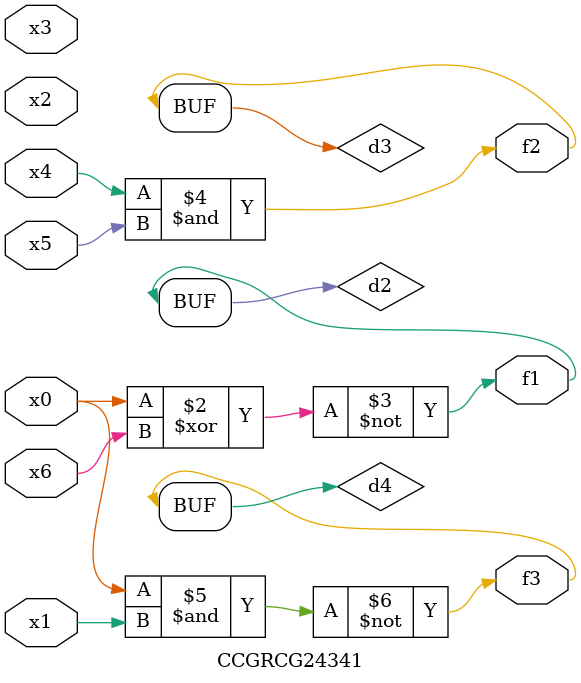
<source format=v>
module CCGRCG24341(
	input x0, x1, x2, x3, x4, x5, x6,
	output f1, f2, f3
);

	wire d1, d2, d3, d4;

	nor (d1, x0);
	xnor (d2, x0, x6);
	and (d3, x4, x5);
	nand (d4, x0, x1);
	assign f1 = d2;
	assign f2 = d3;
	assign f3 = d4;
endmodule

</source>
